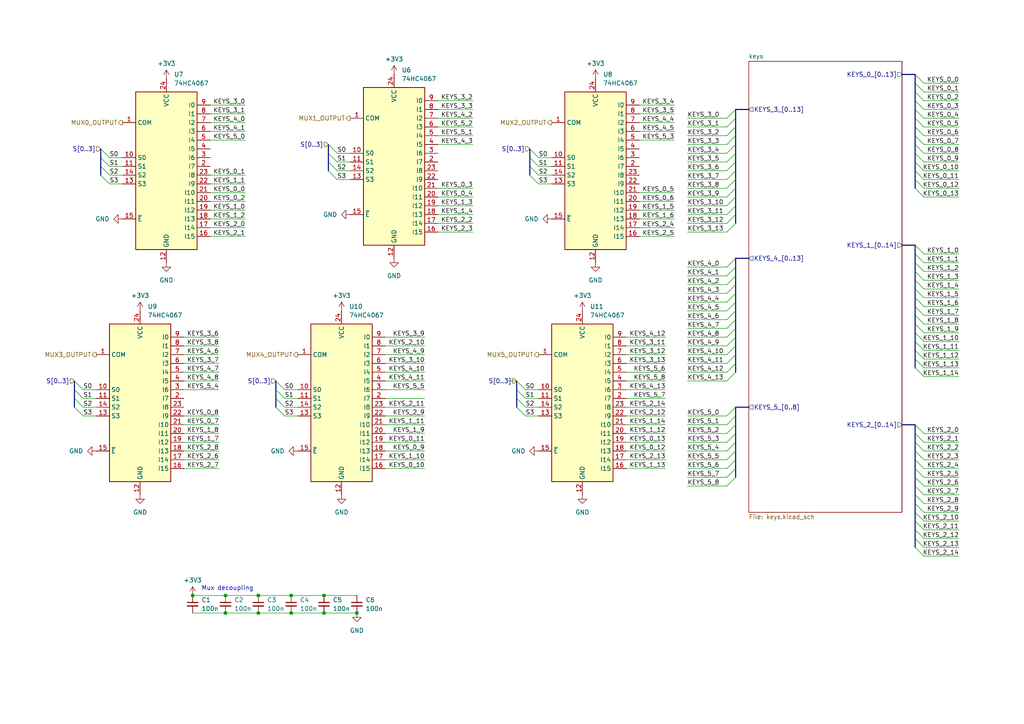
<source format=kicad_sch>
(kicad_sch (version 20231120) (generator "eeschema") (generator_version "8.0")
  (paper "A4")
  (lib_symbols
    (symbol "74xx:CD74HC4067M"
      (property "Reference" "U" (at -8.89 22.86 0))
      (property "Value" "CD74HC4067M" (at 1.27 22.86 0))
      (symbol "CD74HC4067M_0_1"
        (rectangle (start -8.89 21.59) (end 8.89 -24.13) (stroke (width 0.254)) (fill (type background)))
      )
      (symbol "CD74HC4067M_1_1"
        (pin passive line (at -12.7 12.7 0) (length 3.81) (name "COM") (number "1"))
        (pin input line (at -12.7 2.54 0) (length 3.81) (name "S0") (number "10"))
        (pin input line (at -12.7 0 0) (length 3.81) (name "S1") (number "11"))
        (pin power_in line (at 0 -27.94 90) (length 3.81) (name "GND") (number "12"))
        (pin input line (at -12.7 -5.08 0) (length 3.81) (name "S3") (number "13"))
        (pin input line (at -12.7 -2.54 0) (length 3.81) (name "S2") (number "14"))
        (pin input line (at -12.7 -15.24 0) (length 3.81) (name "~{E}") (number "15"))
        (pin passive line (at 12.7 -20.32 180) (length 3.81) (name "I15") (number "16"))
        (pin passive line (at 12.7 -17.78 180) (length 3.81) (name "I14") (number "17"))
        (pin passive line (at 12.7 -15.24 180) (length 3.81) (name "I13") (number "18"))
        (pin passive line (at 12.7 -12.7 180) (length 3.81) (name "I12") (number "19"))
        (pin passive line (at 12.7 0 180) (length 3.81) (name "I7") (number "2"))
        (pin passive line (at 12.7 -10.16 180) (length 3.81) (name "I11") (number "20"))
        (pin passive line (at 12.7 -7.62 180) (length 3.81) (name "I10") (number "21"))
        (pin passive line (at 12.7 -5.08 180) (length 3.81) (name "I9") (number "22"))
        (pin passive line (at 12.7 -2.54 180) (length 3.81) (name "I8") (number "23"))
        (pin power_in line (at 0 25.4 270) (length 3.81) (name "VCC") (number "24"))
        (pin passive line (at 12.7 2.54 180) (length 3.81) (name "I6") (number "3"))
        (pin passive line (at 12.7 5.08 180) (length 3.81) (name "I5") (number "4"))
        (pin passive line (at 12.7 7.62 180) (length 3.81) (name "I4") (number "5"))
        (pin passive line (at 12.7 10.16 180) (length 3.81) (name "I3") (number "6"))
        (pin passive line (at 12.7 12.7 180) (length 3.81) (name "I2") (number "7"))
        (pin passive line (at 12.7 15.24 180) (length 3.81) (name "I1") (number "8"))
        (pin passive line (at 12.7 17.78 180) (length 3.81) (name "I0") (number "9"))
      )
    )
    (symbol "Device:C_Small" (pin_numbers hide) (pin_names (offset 0.254) hide)
      (property "Reference" "C" (at 0.254 1.778 0))
      (property "Value" "C_Small" (at 0.254 -2.032 0))
      (symbol "C_Small_0_1"
        (polyline (pts (xy -1.524 -0.508) (xy 1.524 -0.508)) (stroke (width 0.3302)))
        (polyline (pts (xy -1.524 0.508) (xy 1.524 0.508)) (stroke (width 0.3048)))
      )
      (symbol "C_Small_1_1"
        (pin passive line (at 0 2.54 270) (length 2.032) (name "~") (number "1"))
        (pin passive line (at 0 -2.54 90) (length 2.032) (name "~") (number "2"))
      )
    )
    (symbol "power:+3V3" (power) (pin_names (offset 0))
      (property "Value" "+3V3" (at 0 3.556 0))
      (symbol "+3V3_0_1"
        (polyline (pts (xy -0.762 1.27) (xy 0 2.54)))
        (polyline (pts (xy 0 0) (xy 0 2.54)))
        (polyline (pts (xy 0 2.54) (xy 0.762 1.27)))
      )
      (symbol "+3V3_1_1"
        (pin power_in line (at 0 0 90) (length 0) hide (name "+3V3") (number "1"))
      )
    )
    (symbol "power:GND" (power) (pin_names (offset 0))
      (property "Value" "GND" (at 0 -3.81 0))
      (symbol "GND_0_1"
        (polyline (pts (xy 0 0) (xy 0 -1.27) (xy 1.27 -1.27) (xy 0 -2.54) (xy -1.27 -1.27) (xy 0 -1.27)))
      )
      (symbol "GND_1_1"
        (pin power_in line (at 0 0 270) (length 0) hide (name "GND") (number "1"))
      )
    )
  )
  (junction (at 84.455 172.72))
  (junction (at 74.93 177.8))
  (junction (at 93.98 177.8))
  (junction (at 65.405 177.8))
  (junction (at 84.455 177.8))
  (junction (at 65.405 172.72))
  (junction (at 93.98 172.72))
  (junction (at 55.88 172.72))
  (junction (at 74.93 172.72))
  (junction (at 103.505 177.8))
  (bus_entry (at 265.43 52.07) (size 2.54 2.54))
  (bus_entry (at 265.43 106.68) (size 2.54 2.54))
  (bus_entry (at 210.82 125.73) (size 2.54 -2.54))
  (bus_entry (at 265.43 71.12) (size 2.54 2.54))
  (bus_entry (at 210.82 130.81) (size 2.54 -2.54))
  (bus_entry (at 267.97 128.27) (size -2.54 -2.54))
  (bus_entry (at 265.43 81.28) (size 2.54 2.54))
  (bus_entry (at 267.97 140.97) (size -2.54 -2.54))
  (bus_entry (at 265.43 99.06) (size 2.54 2.54))
  (bus_entry (at 265.43 26.67) (size 2.54 2.54))
  (bus_entry (at 210.82 138.43) (size 2.54 -2.54))
  (bus_entry (at 210.82 97.79) (size 2.54 -2.54))
  (bus_entry (at 265.43 34.29) (size 2.54 2.54))
  (bus_entry (at 210.82 49.53) (size 2.54 -2.54))
  (bus_entry (at 210.82 34.29) (size 2.54 -2.54))
  (bus_entry (at 265.43 76.2) (size 2.54 2.54))
  (bus_entry (at 21.59 110.49) (size 2.54 2.54))
  (bus_entry (at 95.25 49.53) (size 2.54 2.54))
  (bus_entry (at 265.43 91.44) (size 2.54 2.54))
  (bus_entry (at 210.82 46.99) (size 2.54 -2.54))
  (bus_entry (at 153.67 48.26) (size 2.54 2.54))
  (bus_entry (at 265.43 21.59) (size 2.54 2.54))
  (bus_entry (at 265.43 36.83) (size 2.54 2.54))
  (bus_entry (at 149.86 113.03) (size 2.54 2.54))
  (bus_entry (at 267.97 133.35) (size -2.54 -2.54))
  (bus_entry (at 267.97 158.75) (size -2.54 -2.54))
  (bus_entry (at 267.97 130.81) (size -2.54 -2.54))
  (bus_entry (at 80.01 118.11) (size 2.54 2.54))
  (bus_entry (at 210.82 82.55) (size 2.54 -2.54))
  (bus_entry (at 267.97 156.21) (size -2.54 -2.54))
  (bus_entry (at 80.01 115.57) (size 2.54 2.54))
  (bus_entry (at 210.82 67.31) (size 2.54 -2.54))
  (bus_entry (at 149.86 118.11) (size 2.54 2.54))
  (bus_entry (at 265.43 96.52) (size 2.54 2.54))
  (bus_entry (at 153.67 45.72) (size 2.54 2.54))
  (bus_entry (at 267.97 151.13) (size -2.54 -2.54))
  (bus_entry (at 265.43 49.53) (size 2.54 2.54))
  (bus_entry (at 210.82 123.19) (size 2.54 -2.54))
  (bus_entry (at 210.82 128.27) (size 2.54 -2.54))
  (bus_entry (at 265.43 104.14) (size 2.54 2.54))
  (bus_entry (at 210.82 36.83) (size 2.54 -2.54))
  (bus_entry (at 21.59 115.57) (size 2.54 2.54))
  (bus_entry (at 265.43 41.91) (size 2.54 2.54))
  (bus_entry (at 265.43 101.6) (size 2.54 2.54))
  (bus_entry (at 149.86 110.49) (size 2.54 2.54))
  (bus_entry (at 210.82 105.41) (size 2.54 -2.54))
  (bus_entry (at 95.25 44.45) (size 2.54 2.54))
  (bus_entry (at 21.59 113.03) (size 2.54 2.54))
  (bus_entry (at 210.82 135.89) (size 2.54 -2.54))
  (bus_entry (at 213.36 107.95) (size -2.54 2.54))
  (bus_entry (at 29.21 50.8) (size 2.54 2.54))
  (bus_entry (at 210.82 102.87) (size 2.54 -2.54))
  (bus_entry (at 210.82 62.23) (size 2.54 -2.54))
  (bus_entry (at 29.21 43.18) (size 2.54 2.54))
  (bus_entry (at 265.43 54.61) (size 2.54 2.54))
  (bus_entry (at 210.82 95.25) (size 2.54 -2.54))
  (bus_entry (at 80.01 113.03) (size 2.54 2.54))
  (bus_entry (at 153.67 50.8) (size 2.54 2.54))
  (bus_entry (at 21.59 118.11) (size 2.54 2.54))
  (bus_entry (at 210.82 120.65) (size 2.54 -2.54))
  (bus_entry (at 267.97 143.51) (size -2.54 -2.54))
  (bus_entry (at 210.82 64.77) (size 2.54 -2.54))
  (bus_entry (at 210.82 107.95) (size 2.54 -2.54))
  (bus_entry (at 265.43 24.13) (size 2.54 2.54))
  (bus_entry (at 265.43 46.99) (size 2.54 2.54))
  (bus_entry (at 210.82 92.71) (size 2.54 -2.54))
  (bus_entry (at 267.97 125.73) (size -2.54 -2.54))
  (bus_entry (at 210.82 59.69) (size 2.54 -2.54))
  (bus_entry (at 80.01 110.49) (size 2.54 2.54))
  (bus_entry (at 265.43 39.37) (size 2.54 2.54))
  (bus_entry (at 267.97 153.67) (size -2.54 -2.54))
  (bus_entry (at 265.43 29.21) (size 2.54 2.54))
  (bus_entry (at 210.82 80.01) (size 2.54 -2.54))
  (bus_entry (at 267.97 146.05) (size -2.54 -2.54))
  (bus_entry (at 210.82 41.91) (size 2.54 -2.54))
  (bus_entry (at 210.82 54.61) (size 2.54 -2.54))
  (bus_entry (at 267.97 148.59) (size -2.54 -2.54))
  (bus_entry (at 29.21 48.26) (size 2.54 2.54))
  (bus_entry (at 29.21 45.72) (size 2.54 2.54))
  (bus_entry (at 210.82 52.07) (size 2.54 -2.54))
  (bus_entry (at 265.43 86.36) (size 2.54 2.54))
  (bus_entry (at 265.43 73.66) (size 2.54 2.54))
  (bus_entry (at 95.25 41.91) (size 2.54 2.54))
  (bus_entry (at 149.86 115.57) (size 2.54 2.54))
  (bus_entry (at 265.43 31.75) (size 2.54 2.54))
  (bus_entry (at 210.82 44.45) (size 2.54 -2.54))
  (bus_entry (at 267.97 135.89) (size -2.54 -2.54))
  (bus_entry (at 265.43 44.45) (size 2.54 2.54))
  (bus_entry (at 210.82 77.47) (size 2.54 -2.54))
  (bus_entry (at 210.82 39.37) (size 2.54 -2.54))
  (bus_entry (at 210.82 87.63) (size 2.54 -2.54))
  (bus_entry (at 210.82 140.97) (size 2.54 -2.54))
  (bus_entry (at 265.43 93.98) (size 2.54 2.54))
  (bus_entry (at 153.67 43.18) (size 2.54 2.54))
  (bus_entry (at 267.97 161.29) (size -2.54 -2.54))
  (bus_entry (at 210.82 100.33) (size 2.54 -2.54))
  (bus_entry (at 265.43 83.82) (size 2.54 2.54))
  (bus_entry (at 210.82 57.15) (size 2.54 -2.54))
  (bus_entry (at 267.97 138.43) (size -2.54 -2.54))
  (bus_entry (at 210.82 85.09) (size 2.54 -2.54))
  (bus_entry (at 265.43 78.74) (size 2.54 2.54))
  (bus_entry (at 210.82 90.17) (size 2.54 -2.54))
  (bus_entry (at 95.25 46.99) (size 2.54 2.54))
  (bus_entry (at 210.82 133.35) (size 2.54 -2.54))
  (bus_entry (at 265.43 88.9) (size 2.54 2.54))
  (wire (pts (xy 123.19 102.87) (xy 111.76 102.87)))
  (wire (pts (xy 195.58 35.56) (xy 185.42 35.56)))
  (wire (pts (xy 267.97 104.14) (xy 278.13 104.14)))
  (wire (pts (xy 71.12 30.48) (xy 60.96 30.48)))
  (wire (pts (xy 137.16 67.31) (xy 127 67.31)))
  (bus (pts (xy 265.43 128.27) (xy 265.43 130.81)))
  (bus (pts (xy 213.36 62.23) (xy 213.36 64.77)))
  (wire (pts (xy 123.19 120.65) (xy 111.76 120.65)))
  (wire (pts (xy 278.13 125.73) (xy 267.97 125.73)))
  (bus (pts (xy 213.36 125.73) (xy 213.36 128.27)))
  (bus (pts (xy 213.36 77.47) (xy 213.36 80.01)))
  (wire (pts (xy 195.58 55.88) (xy 185.42 55.88)))
  (wire (pts (xy 199.39 82.55) (xy 210.82 82.55)))
  (wire (pts (xy 152.4 115.57) (xy 156.21 115.57)))
  (wire (pts (xy 24.13 113.03) (xy 27.94 113.03)))
  (wire (pts (xy 193.04 130.81) (xy 181.61 130.81)))
  (wire (pts (xy 156.21 48.26) (xy 160.02 48.26)))
  (bus (pts (xy 265.43 156.21) (xy 265.43 158.75)))
  (bus (pts (xy 80.01 113.03) (xy 80.01 115.57)))
  (wire (pts (xy 195.58 68.58) (xy 185.42 68.58)))
  (wire (pts (xy 123.19 107.95) (xy 111.76 107.95)))
  (wire (pts (xy 210.82 133.35) (xy 199.39 133.35)))
  (bus (pts (xy 265.43 99.06) (xy 265.43 101.6)))
  (bus (pts (xy 213.36 82.55) (xy 213.36 85.09)))
  (bus (pts (xy 80.01 115.57) (xy 80.01 118.11)))
  (wire (pts (xy 210.82 59.69) (xy 199.39 59.69)))
  (bus (pts (xy 265.43 24.13) (xy 265.43 26.67)))
  (wire (pts (xy 193.04 123.19) (xy 181.61 123.19)))
  (bus (pts (xy 265.43 26.67) (xy 265.43 29.21)))
  (wire (pts (xy 199.39 77.47) (xy 210.82 77.47)))
  (wire (pts (xy 71.12 53.34) (xy 60.96 53.34)))
  (wire (pts (xy 137.16 36.83) (xy 127 36.83)))
  (wire (pts (xy 267.97 140.97) (xy 278.13 140.97)))
  (wire (pts (xy 210.82 67.31) (xy 199.39 67.31)))
  (wire (pts (xy 199.39 123.19) (xy 210.82 123.19)))
  (bus (pts (xy 213.36 92.71) (xy 213.36 95.25)))
  (wire (pts (xy 210.82 135.89) (xy 199.39 135.89)))
  (wire (pts (xy 65.405 177.8) (xy 74.93 177.8)))
  (bus (pts (xy 265.43 151.13) (xy 265.43 153.67)))
  (wire (pts (xy 267.97 24.13) (xy 278.13 24.13)))
  (bus (pts (xy 95.25 41.91) (xy 95.25 44.45)))
  (bus (pts (xy 149.86 110.49) (xy 149.86 113.03)))
  (bus (pts (xy 265.43 29.21) (xy 265.43 31.75)))
  (wire (pts (xy 199.39 36.83) (xy 210.82 36.83)))
  (wire (pts (xy 210.82 62.23) (xy 199.39 62.23)))
  (wire (pts (xy 97.79 52.07) (xy 101.6 52.07)))
  (wire (pts (xy 210.82 85.09) (xy 199.39 85.09)))
  (wire (pts (xy 65.405 172.72) (xy 74.93 172.72)))
  (wire (pts (xy 195.58 58.42) (xy 185.42 58.42)))
  (bus (pts (xy 265.43 140.97) (xy 265.43 143.51)))
  (wire (pts (xy 210.82 57.15) (xy 199.39 57.15)))
  (bus (pts (xy 213.36 90.17) (xy 213.36 92.71)))
  (wire (pts (xy 210.82 44.45) (xy 199.39 44.45)))
  (wire (pts (xy 267.97 81.28) (xy 278.13 81.28)))
  (wire (pts (xy 267.97 109.22) (xy 278.13 109.22)))
  (wire (pts (xy 278.13 130.81) (xy 267.97 130.81)))
  (bus (pts (xy 213.36 52.07) (xy 213.36 54.61)))
  (bus (pts (xy 213.36 97.79) (xy 213.36 100.33)))
  (bus (pts (xy 213.36 59.69) (xy 213.36 62.23)))
  (bus (pts (xy 265.43 21.59) (xy 265.43 24.13)))
  (wire (pts (xy 267.97 49.53) (xy 278.13 49.53)))
  (wire (pts (xy 93.98 172.72) (xy 103.505 172.72)))
  (wire (pts (xy 199.39 120.65) (xy 210.82 120.65)))
  (wire (pts (xy 267.97 52.07) (xy 278.13 52.07)))
  (wire (pts (xy 267.97 91.44) (xy 278.13 91.44)))
  (wire (pts (xy 210.82 49.53) (xy 199.39 49.53)))
  (bus (pts (xy 95.25 44.45) (xy 95.25 46.99)))
  (bus (pts (xy 265.43 49.53) (xy 265.43 52.07)))
  (wire (pts (xy 137.16 54.61) (xy 127 54.61)))
  (wire (pts (xy 55.88 177.8) (xy 65.405 177.8)))
  (bus (pts (xy 265.43 138.43) (xy 265.43 140.97)))
  (wire (pts (xy 199.39 80.01) (xy 210.82 80.01)))
  (wire (pts (xy 137.16 41.91) (xy 127 41.91)))
  (bus (pts (xy 265.43 41.91) (xy 265.43 44.45)))
  (wire (pts (xy 123.19 115.57) (xy 111.76 115.57)))
  (wire (pts (xy 193.04 120.65) (xy 181.61 120.65)))
  (bus (pts (xy 149.86 113.03) (xy 149.86 115.57)))
  (wire (pts (xy 84.455 172.72) (xy 93.98 172.72)))
  (wire (pts (xy 123.19 110.49) (xy 111.76 110.49)))
  (bus (pts (xy 213.36 102.87) (xy 213.36 105.41)))
  (wire (pts (xy 210.82 105.41) (xy 199.39 105.41)))
  (bus (pts (xy 265.43 86.36) (xy 265.43 88.9)))
  (wire (pts (xy 74.93 177.8) (xy 84.455 177.8)))
  (wire (pts (xy 123.19 97.79) (xy 111.76 97.79)))
  (wire (pts (xy 210.82 87.63) (xy 199.39 87.63)))
  (bus (pts (xy 265.43 125.73) (xy 265.43 128.27)))
  (wire (pts (xy 93.98 177.8) (xy 103.505 177.8)))
  (bus (pts (xy 265.43 91.44) (xy 265.43 93.98)))
  (bus (pts (xy 213.36 44.45) (xy 213.36 46.99)))
  (wire (pts (xy 210.82 100.33) (xy 199.39 100.33)))
  (wire (pts (xy 210.82 107.95) (xy 199.39 107.95)))
  (wire (pts (xy 63.5 133.35) (xy 53.34 133.35)))
  (wire (pts (xy 71.12 63.5) (xy 60.96 63.5)))
  (bus (pts (xy 261.62 123.19) (xy 265.43 123.19)))
  (wire (pts (xy 31.75 45.72) (xy 35.56 45.72)))
  (wire (pts (xy 71.12 38.1) (xy 60.96 38.1)))
  (wire (pts (xy 210.82 138.43) (xy 199.39 138.43)))
  (wire (pts (xy 63.5 110.49) (xy 53.34 110.49)))
  (bus (pts (xy 213.36 120.65) (xy 213.36 123.19)))
  (bus (pts (xy 213.36 118.11) (xy 217.17 118.11)))
  (wire (pts (xy 123.19 113.03) (xy 111.76 113.03)))
  (bus (pts (xy 265.43 148.59) (xy 265.43 151.13)))
  (wire (pts (xy 63.5 107.95) (xy 53.34 107.95)))
  (bus (pts (xy 265.43 146.05) (xy 265.43 148.59)))
  (bus (pts (xy 265.43 78.74) (xy 265.43 81.28)))
  (wire (pts (xy 267.97 31.75) (xy 278.13 31.75)))
  (wire (pts (xy 63.5 128.27) (xy 53.34 128.27)))
  (wire (pts (xy 123.19 125.73) (xy 111.76 125.73)))
  (wire (pts (xy 71.12 50.8) (xy 60.96 50.8)))
  (wire (pts (xy 267.97 54.61) (xy 278.13 54.61)))
  (bus (pts (xy 265.43 44.45) (xy 265.43 46.99)))
  (bus (pts (xy 265.43 81.28) (xy 265.43 83.82)))
  (wire (pts (xy 137.16 34.29) (xy 127 34.29)))
  (wire (pts (xy 199.39 110.49) (xy 210.82 110.49)))
  (wire (pts (xy 267.97 41.91) (xy 278.13 41.91)))
  (bus (pts (xy 265.43 36.83) (xy 265.43 39.37)))
  (wire (pts (xy 137.16 29.21) (xy 127 29.21)))
  (bus (pts (xy 213.36 128.27) (xy 213.36 130.81)))
  (wire (pts (xy 71.12 33.02) (xy 60.96 33.02)))
  (bus (pts (xy 213.36 74.93) (xy 217.17 74.93)))
  (bus (pts (xy 213.36 57.15) (xy 213.36 59.69)))
  (wire (pts (xy 267.97 44.45) (xy 278.13 44.45)))
  (wire (pts (xy 267.97 57.15) (xy 278.13 57.15)))
  (wire (pts (xy 71.12 60.96) (xy 60.96 60.96)))
  (wire (pts (xy 24.13 115.57) (xy 27.94 115.57)))
  (bus (pts (xy 213.36 74.93) (xy 213.36 77.47)))
  (wire (pts (xy 149.86 110.49) (xy 147.32 110.49)))
  (wire (pts (xy 193.04 100.33) (xy 181.61 100.33)))
  (wire (pts (xy 31.75 50.8) (xy 35.56 50.8)))
  (wire (pts (xy 267.97 83.82) (xy 278.13 83.82)))
  (wire (pts (xy 31.75 48.26) (xy 35.56 48.26)))
  (wire (pts (xy 267.97 158.75) (xy 278.13 158.75)))
  (wire (pts (xy 55.88 172.72) (xy 65.405 172.72)))
  (wire (pts (xy 123.19 123.19) (xy 111.76 123.19)))
  (bus (pts (xy 29.21 43.18) (xy 29.21 45.72)))
  (wire (pts (xy 123.19 133.35) (xy 111.76 133.35)))
  (wire (pts (xy 71.12 35.56) (xy 60.96 35.56)))
  (bus (pts (xy 265.43 96.52) (xy 265.43 99.06)))
  (wire (pts (xy 267.97 153.67) (xy 278.13 153.67)))
  (wire (pts (xy 123.19 100.33) (xy 111.76 100.33)))
  (wire (pts (xy 267.97 161.29) (xy 278.13 161.29)))
  (wire (pts (xy 193.04 110.49) (xy 181.61 110.49)))
  (wire (pts (xy 267.97 133.35) (xy 278.13 133.35)))
  (wire (pts (xy 267.97 36.83) (xy 278.13 36.83)))
  (wire (pts (xy 63.5 113.03) (xy 53.34 113.03)))
  (wire (pts (xy 267.97 88.9) (xy 278.13 88.9)))
  (wire (pts (xy 123.19 135.89) (xy 111.76 135.89)))
  (wire (pts (xy 267.97 46.99) (xy 278.13 46.99)))
  (wire (pts (xy 199.39 125.73) (xy 210.82 125.73)))
  (wire (pts (xy 267.97 76.2) (xy 278.13 76.2)))
  (wire (pts (xy 137.16 39.37) (xy 127 39.37)))
  (wire (pts (xy 193.04 102.87) (xy 181.61 102.87)))
  (wire (pts (xy 267.97 135.89) (xy 278.13 135.89)))
  (wire (pts (xy 31.75 53.34) (xy 35.56 53.34)))
  (bus (pts (xy 213.36 80.01) (xy 213.36 82.55)))
  (bus (pts (xy 153.67 45.72) (xy 153.67 48.26)))
  (wire (pts (xy 137.16 62.23) (xy 127 62.23)))
  (bus (pts (xy 265.43 101.6) (xy 265.43 104.14)))
  (wire (pts (xy 267.97 86.36) (xy 278.13 86.36)))
  (wire (pts (xy 63.5 123.19) (xy 53.34 123.19)))
  (bus (pts (xy 29.21 48.26) (xy 29.21 50.8)))
  (wire (pts (xy 267.97 156.21) (xy 278.13 156.21)))
  (wire (pts (xy 123.19 130.81) (xy 111.76 130.81)))
  (wire (pts (xy 195.58 38.1) (xy 185.42 38.1)))
  (wire (pts (xy 193.04 113.03) (xy 181.61 113.03)))
  (wire (pts (xy 123.19 105.41) (xy 111.76 105.41)))
  (bus (pts (xy 213.36 133.35) (xy 213.36 135.89)))
  (bus (pts (xy 265.43 143.51) (xy 265.43 146.05)))
  (bus (pts (xy 265.43 93.98) (xy 265.43 96.52)))
  (bus (pts (xy 95.25 46.99) (xy 95.25 49.53)))
  (wire (pts (xy 210.82 97.79) (xy 199.39 97.79)))
  (bus (pts (xy 265.43 123.19) (xy 265.43 125.73)))
  (wire (pts (xy 152.4 120.65) (xy 156.21 120.65)))
  (bus (pts (xy 80.01 110.49) (xy 80.01 113.03)))
  (wire (pts (xy 71.12 66.04) (xy 60.96 66.04)))
  (wire (pts (xy 195.58 30.48) (xy 185.42 30.48)))
  (wire (pts (xy 267.97 106.68) (xy 278.13 106.68)))
  (bus (pts (xy 213.36 135.89) (xy 213.36 138.43)))
  (bus (pts (xy 213.36 105.41) (xy 213.36 107.95)))
  (wire (pts (xy 278.13 128.27) (xy 267.97 128.27)))
  (bus (pts (xy 213.36 31.75) (xy 213.36 34.29)))
  (wire (pts (xy 63.5 135.89) (xy 53.34 135.89)))
  (bus (pts (xy 261.62 21.59) (xy 265.43 21.59)))
  (wire (pts (xy 267.97 143.51) (xy 278.13 143.51)))
  (bus (pts (xy 213.36 36.83) (xy 213.36 39.37)))
  (bus (pts (xy 213.36 49.53) (xy 213.36 52.07)))
  (wire (pts (xy 267.97 99.06) (xy 278.13 99.06)))
  (wire (pts (xy 193.04 97.79) (xy 181.61 97.79)))
  (bus (pts (xy 213.36 39.37) (xy 213.36 41.91)))
  (bus (pts (xy 213.36 54.61) (xy 213.36 57.15)))
  (wire (pts (xy 210.82 46.99) (xy 199.39 46.99)))
  (wire (pts (xy 123.19 128.27) (xy 111.76 128.27)))
  (wire (pts (xy 210.82 128.27) (xy 199.39 128.27)))
  (wire (pts (xy 156.21 45.72) (xy 160.02 45.72)))
  (wire (pts (xy 210.82 41.91) (xy 199.39 41.91)))
  (wire (pts (xy 193.04 105.41) (xy 181.61 105.41)))
  (wire (pts (xy 193.04 118.11) (xy 181.61 118.11)))
  (wire (pts (xy 82.55 118.11) (xy 86.36 118.11)))
  (bus (pts (xy 265.43 76.2) (xy 265.43 78.74)))
  (bus (pts (xy 261.62 71.12) (xy 265.43 71.12)))
  (bus (pts (xy 213.36 130.81) (xy 213.36 133.35)))
  (wire (pts (xy 195.58 33.02) (xy 185.42 33.02)))
  (wire (pts (xy 267.97 78.74) (xy 278.13 78.74)))
  (wire (pts (xy 195.58 63.5) (xy 185.42 63.5)))
  (bus (pts (xy 265.43 31.75) (xy 265.43 34.29)))
  (bus (pts (xy 153.67 48.26) (xy 153.67 50.8)))
  (wire (pts (xy 24.13 120.65) (xy 27.94 120.65)))
  (wire (pts (xy 152.4 118.11) (xy 156.21 118.11)))
  (bus (pts (xy 213.36 100.33) (xy 213.36 102.87)))
  (bus (pts (xy 21.59 110.49) (xy 21.59 113.03)))
  (wire (pts (xy 24.13 118.11) (xy 27.94 118.11)))
  (wire (pts (xy 210.82 52.07) (xy 199.39 52.07)))
  (bus (pts (xy 29.21 45.72) (xy 29.21 48.26)))
  (wire (pts (xy 267.97 146.05) (xy 278.13 146.05)))
  (wire (pts (xy 210.82 54.61) (xy 199.39 54.61)))
  (bus (pts (xy 265.43 46.99) (xy 265.43 49.53)))
  (wire (pts (xy 210.82 130.81) (xy 199.39 130.81)))
  (wire (pts (xy 71.12 58.42) (xy 60.96 58.42)))
  (wire (pts (xy 267.97 151.13) (xy 278.13 151.13)))
  (wire (pts (xy 137.16 57.15) (xy 127 57.15)))
  (wire (pts (xy 267.97 148.59) (xy 278.13 148.59)))
  (wire (pts (xy 82.55 120.65) (xy 86.36 120.65)))
  (wire (pts (xy 267.97 29.21) (xy 278.13 29.21)))
  (wire (pts (xy 63.5 102.87) (xy 53.34 102.87)))
  (wire (pts (xy 97.79 44.45) (xy 101.6 44.45)))
  (wire (pts (xy 137.16 64.77) (xy 127 64.77)))
  (wire (pts (xy 156.21 53.34) (xy 160.02 53.34)))
  (wire (pts (xy 193.04 107.95) (xy 181.61 107.95)))
  (bus (pts (xy 213.36 46.99) (xy 213.36 49.53)))
  (bus (pts (xy 265.43 83.82) (xy 265.43 86.36)))
  (wire (pts (xy 63.5 105.41) (xy 53.34 105.41)))
  (bus (pts (xy 265.43 153.67) (xy 265.43 156.21)))
  (wire (pts (xy 210.82 64.77) (xy 199.39 64.77)))
  (wire (pts (xy 137.16 59.69) (xy 127 59.69)))
  (wire (pts (xy 63.5 97.79) (xy 53.34 97.79)))
  (wire (pts (xy 267.97 101.6) (xy 278.13 101.6)))
  (bus (pts (xy 149.86 115.57) (xy 149.86 118.11)))
  (wire (pts (xy 267.97 39.37) (xy 278.13 39.37)))
  (wire (pts (xy 210.82 95.25) (xy 199.39 95.25)))
  (wire (pts (xy 74.93 172.72) (xy 84.455 172.72)))
  (bus (pts (xy 213.36 118.11) (xy 213.36 120.65)))
  (wire (pts (xy 193.04 115.57) (xy 181.61 115.57)))
  (bus (pts (xy 265.43 34.29) (xy 265.43 36.83)))
  (wire (pts (xy 63.5 130.81) (xy 53.34 130.81)))
  (wire (pts (xy 71.12 68.58) (xy 60.96 68.58)))
  (wire (pts (xy 71.12 40.64) (xy 60.96 40.64)))
  (wire (pts (xy 193.04 135.89) (xy 181.61 135.89)))
  (wire (pts (xy 210.82 92.71) (xy 199.39 92.71)))
  (bus (pts (xy 265.43 39.37) (xy 265.43 41.91)))
  (bus (pts (xy 265.43 133.35) (xy 265.43 135.89)))
  (wire (pts (xy 267.97 73.66) (xy 278.13 73.66)))
  (bus (pts (xy 21.59 113.03) (xy 21.59 115.57)))
  (wire (pts (xy 210.82 90.17) (xy 199.39 90.17)))
  (bus (pts (xy 213.36 85.09) (xy 213.36 87.63)))
  (wire (pts (xy 84.455 177.8) (xy 93.98 177.8)))
  (bus (pts (xy 213.36 95.25) (xy 213.36 97.79)))
  (wire (pts (xy 267.97 138.43) (xy 278.13 138.43)))
  (wire (pts (xy 123.19 118.11) (xy 111.76 118.11)))
  (wire (pts (xy 152.4 113.03) (xy 156.21 113.03)))
  (bus (pts (xy 21.59 115.57) (xy 21.59 118.11)))
  (wire (pts (xy 97.79 49.53) (xy 101.6 49.53)))
  (wire (pts (xy 82.55 115.57) (xy 86.36 115.57)))
  (bus (pts (xy 213.36 31.75) (xy 217.17 31.75)))
  (wire (pts (xy 97.79 46.99) (xy 101.6 46.99)))
  (bus (pts (xy 213.36 123.19) (xy 213.36 125.73)))
  (bus (pts (xy 153.67 43.18) (xy 153.67 45.72)))
  (wire (pts (xy 210.82 140.97) (xy 199.39 140.97)))
  (bus (pts (xy 265.43 73.66) (xy 265.43 76.2)))
  (wire (pts (xy 199.39 39.37) (xy 210.82 39.37)))
  (wire (pts (xy 267.97 26.67) (xy 278.13 26.67)))
  (wire (pts (xy 193.04 125.73) (xy 181.61 125.73)))
  (wire (pts (xy 210.82 102.87) (xy 199.39 102.87)))
  (bus (pts (xy 265.43 88.9) (xy 265.43 91.44)))
  (wire (pts (xy 199.39 34.29) (xy 210.82 34.29)))
  (wire (pts (xy 63.5 100.33) (xy 53.34 100.33)))
  (bus (pts (xy 265.43 52.07) (xy 265.43 54.61)))
  (bus (pts (xy 213.36 34.29) (xy 213.36 36.83)))
  (wire (pts (xy 267.97 34.29) (xy 278.13 34.29)))
  (bus (pts (xy 265.43 135.89) (xy 265.43 138.43)))
  (wire (pts (xy 63.5 125.73) (xy 53.34 125.73)))
  (bus (pts (xy 265.43 130.81) (xy 265.43 133.35)))
  (wire (pts (xy 63.5 120.65) (xy 53.34 120.65)))
  (wire (pts (xy 195.58 40.64) (xy 185.42 40.64)))
  (bus (pts (xy 265.43 71.12) (xy 265.43 73.66)))
  (wire (pts (xy 137.16 31.75) (xy 127 31.75)))
  (wire (pts (xy 193.04 128.27) (xy 181.61 128.27)))
  (wire (pts (xy 193.04 133.35) (xy 181.61 133.35)))
  (wire (pts (xy 82.55 113.03) (xy 86.36 113.03)))
  (bus (pts (xy 213.36 41.91) (xy 213.36 44.45)))
  (wire (pts (xy 195.58 60.96) (xy 185.42 60.96)))
  (wire (pts (xy 195.58 66.04) (xy 185.42 66.04)))
  (wire (pts (xy 267.97 93.98) (xy 278.13 93.98)))
  (wire (pts (xy 267.97 96.52) (xy 278.13 96.52)))
  (bus (pts (xy 213.36 87.63) (xy 213.36 90.17)))
  (wire (pts (xy 156.21 50.8) (xy 160.02 50.8)))
  (bus (pts (xy 265.43 104.14) (xy 265.43 106.68)))
  (wire (pts (xy 71.12 55.88) (xy 60.96 55.88)))
  (text "Mux decoupling" (at 58.42 171.45 0) (effects (font (size 1.27 1.27)) (justify left bottom)))
  (label "KEYS_5_4" (at 199.39 130.81 0))
  (label "KEYS_3_13" (at 193.04 105.41 180))
  (label "KEYS_2_6" (at 278.13 140.97 180))
  (label "KEYS_4_13" (at 199.39 110.49 0))
  (label "KEYS_4_8" (at 63.5 110.49 180))
  (label "KEYS_3_12" (at 193.04 102.87 180))
  (label "KEYS_5_2" (at 199.39 125.73 0))
  (label "KEYS_1_8" (at 278.13 93.98 180))
  (label "KEYS_5_4" (at 63.5 113.03 180))
  (label "KEYS_0_13" (at 193.04 128.27 180))
  (label "KEYS_5_5" (at 123.19 113.03 180))
  (label "S1" (at 31.75 48.26 0))
  (label "KEYS_2_8" (at 63.5 130.81 180))
  (label "KEYS_1_2" (at 278.13 78.74 180))
  (label "KEYS_4_10" (at 123.19 107.95 180))
  (label "KEYS_4_8" (at 199.39 97.79 0))
  (label "KEYS_1_0" (at 278.13 73.66 180))
  (label "KEYS_1_5" (at 278.13 86.36 180))
  (label "KEYS_0_6" (at 195.58 58.42 180))
  (label "KEYS_3_6" (at 199.39 49.53 0))
  (label "KEYS_2_13" (at 193.04 133.35 180))
  (label "KEYS_4_3" (at 137.16 41.91 180))
  (label "S3" (at 97.79 52.07 0))
  (label "KEYS_2_12" (at 278.13 156.21 180))
  (label "KEYS_5_0" (at 71.12 40.64 180))
  (label "KEYS_0_11" (at 278.13 52.07 180))
  (label "KEYS_3_3" (at 199.39 41.91 0))
  (label "KEYS_2_7" (at 278.13 143.51 180))
  (label "KEYS_0_1" (at 278.13 26.67 180))
  (label "KEYS_3_0" (at 71.12 30.48 180))
  (label "KEYS_0_10" (at 123.19 135.89 180))
  (label "KEYS_0_9" (at 123.19 130.81 180))
  (label "KEYS_1_10" (at 278.13 99.06 180))
  (label "KEYS_2_2" (at 137.16 64.77 180))
  (label "KEYS_5_1" (at 199.39 123.19 0))
  (label "KEYS_0_1" (at 71.12 50.8 180))
  (label "KEYS_4_5" (at 195.58 38.1 180))
  (label "KEYS_1_12" (at 278.13 104.14 180))
  (label "KEYS_4_12" (at 199.39 107.95 0))
  (label "KEYS_0_2" (at 71.12 58.42 180))
  (label "KEYS_1_7" (at 278.13 91.44 180))
  (label "KEYS_5_8" (at 199.39 140.97 0))
  (label "KEYS_3_7" (at 63.5 105.41 180))
  (label "KEYS_1_14" (at 193.04 123.19 180))
  (label "KEYS_4_4" (at 195.58 35.56 180))
  (label "S0" (at 97.79 44.45 0))
  (label "KEYS_3_2" (at 137.16 29.21 180))
  (label "KEYS_0_7" (at 278.13 41.91 180))
  (label "KEYS_4_9" (at 123.19 102.87 180))
  (label "S2" (at 152.4 118.11 0))
  (label "KEYS_2_9" (at 123.19 120.65 180))
  (label "KEYS_0_6" (at 278.13 39.37 180))
  (label "S1" (at 97.79 46.99 0))
  (label "KEYS_2_5" (at 195.58 68.58 180))
  (label "KEYS_1_8" (at 63.5 125.73 180))
  (label "KEYS_2_9" (at 278.13 148.59 180))
  (label "KEYS_1_13" (at 278.13 106.68 180))
  (label "KEYS_4_11" (at 199.39 105.41 0))
  (label "S2" (at 24.13 118.11 0))
  (label "KEYS_5_1" (at 137.16 39.37 180))
  (label "KEYS_2_1" (at 71.12 68.58 180))
  (label "KEYS_5_5" (at 199.39 133.35 0))
  (label "S3" (at 82.55 120.65 0))
  (label "KEYS_3_5" (at 199.39 46.99 0))
  (label "KEYS_3_4" (at 199.39 44.45 0))
  (label "KEYS_2_1" (at 278.13 128.27 180))
  (label "KEYS_4_13" (at 193.04 113.03 180))
  (label "KEYS_0_11" (at 123.19 128.27 180))
  (label "KEYS_0_5" (at 278.13 36.83 180))
  (label "KEYS_1_3" (at 278.13 81.28 180))
  (label "KEYS_4_5" (at 199.39 90.17 0))
  (label "S1" (at 152.4 115.57 0))
  (label "KEYS_3_12" (at 199.39 64.77 0))
  (label "KEYS_0_12" (at 278.13 54.61 180))
  (label "KEYS_3_9" (at 123.19 97.79 180))
  (label "KEYS_3_2" (at 199.39 39.37 0))
  (label "KEYS_0_10" (at 278.13 49.53 180))
  (label "KEYS_1_1" (at 71.12 53.34 180))
  (label "S0" (at 24.13 113.03 0))
  (label "KEYS_1_12" (at 193.04 125.73 180))
  (label "KEYS_0_4" (at 137.16 57.15 180))
  (label "KEYS_4_0" (at 199.39 77.47 0))
  (label "KEYS_4_0" (at 71.12 35.56 180))
  (label "S0" (at 31.75 45.72 0))
  (label "KEYS_0_8" (at 278.13 44.45 180))
  (label "KEYS_0_0" (at 71.12 55.88 180))
  (label "KEYS_1_9" (at 278.13 96.52 180))
  (label "KEYS_2_14" (at 193.04 118.11 180))
  (label "KEYS_5_6" (at 199.39 135.89 0))
  (label "KEYS_4_7" (at 199.39 95.25 0))
  (label "KEYS_3_10" (at 123.19 105.41 180))
  (label "KEYS_1_1" (at 278.13 76.2 180))
  (label "KEYS_2_4" (at 195.58 66.04 180))
  (label "KEYS_4_10" (at 199.39 102.87 0))
  (label "KEYS_2_12" (at 193.04 120.65 180))
  (label "KEYS_2_3" (at 137.16 67.31 180))
  (label "KEYS_2_4" (at 278.13 135.89 180))
  (label "KEYS_4_9" (at 199.39 100.33 0))
  (label "S3" (at 156.21 53.34 0))
  (label "KEYS_5_7" (at 199.39 138.43 0))
  (label "KEYS_4_7" (at 63.5 107.95 180))
  (label "KEYS_1_4" (at 278.13 83.82 180))
  (label "KEYS_1_2" (at 71.12 63.5 180))
  (label "KEYS_1_10" (at 123.19 133.35 180))
  (label "KEYS_2_8" (at 278.13 146.05 180))
  (label "KEYS_4_2" (at 137.16 34.29 180))
  (label "KEYS_3_7" (at 199.39 52.07 0))
  (label "KEYS_2_0" (at 71.12 66.04 180))
  (label "KEYS_0_2" (at 278.13 29.21 180))
  (label "KEYS_4_3" (at 199.39 85.09 0))
  (label "S0" (at 82.55 113.03 0))
  (label "S1" (at 24.13 115.57 0))
  (label "KEYS_3_11" (at 193.04 100.33 180))
  (label "S0" (at 156.21 45.72 0))
  (label "KEYS_0_13" (at 278.13 57.15 180))
  (label "S1" (at 156.21 48.26 0))
  (label "KEYS_1_0" (at 71.12 60.96 180))
  (label "KEYS_2_14" (at 278.13 161.29 180))
  (label "KEYS_0_7" (at 63.5 123.19 180))
  (label "KEYS_5_7" (at 193.04 115.57 180))
  (label "KEYS_3_3" (at 137.16 31.75 180))
  (label "KEYS_1_14" (at 278.13 109.22 180))
  (label "KEYS_4_11" (at 123.19 110.49 180))
  (label "S3" (at 24.13 120.65 0))
  (label "KEYS_2_2" (at 278.13 130.81 180))
  (label "KEYS_3_8" (at 63.5 100.33 180))
  (label "KEYS_5_0" (at 199.39 120.65 0))
  (label "KEYS_1_3" (at 137.16 59.69 180))
  (label "KEYS_3_1" (at 199.39 36.83 0))
  (label "KEYS_4_2" (at 199.39 82.55 0))
  (label "KEYS_0_3" (at 137.16 54.61 180))
  (label "KEYS_1_4" (at 137.16 62.23 180))
  (label "KEYS_0_3" (at 278.13 31.75 180))
  (label "KEYS_3_11" (at 199.39 62.23 0))
  (label "KEYS_4_6" (at 63.5 102.87 180))
  (label "KEYS_3_8" (at 199.39 54.61 0))
  (label "S2" (at 82.55 118.11 0))
  (label "S2" (at 156.21 50.8 0))
  (label "KEYS_5_6" (at 193.04 107.95 180))
  (label "S0" (at 152.4 113.03 0))
  (label "KEYS_5_3" (at 195.58 40.64 180))
  (label "KEYS_0_5" (at 195.58 55.88 180))
  (label "KEYS_5_8" (at 193.04 110.49 180))
  (label "KEYS_3_6" (at 63.5 97.79 180))
  (label "KEYS_2_6" (at 63.5 133.35 180))
  (label "KEYS_5_3" (at 199.39 128.27 0))
  (label "KEYS_0_4" (at 278.13 34.29 180))
  (label "KEYS_2_10" (at 123.19 100.33 180))
  (label "KEYS_3_9" (at 199.39 57.15 0))
  (label "KEYS_1_11" (at 123.19 123.19 180))
  (label "KEYS_1_6" (at 195.58 63.5 180))
  (label "KEYS_0_9" (at 278.13 46.99 180))
  (label "KEYS_2_11" (at 278.13 153.67 180))
  (label "KEYS_2_5" (at 278.13 138.43 180))
  (label "KEYS_2_7" (at 63.5 135.89 180))
  (label "KEYS_3_4" (at 195.58 30.48 180))
  (label "KEYS_2_11" (at 123.19 118.11 180))
  (label "KEYS_3_1" (at 71.12 33.02 180))
  (label "KEYS_5_2" (at 137.16 36.83 180))
  (label "KEYS_2_0" (at 278.13 125.73 180))
  (label "S2" (at 97.79 49.53 0))
  (label "KEYS_3_0" (at 199.39 34.29 0))
  (label "KEYS_4_1" (at 71.12 38.1 180))
  (label "S2" (at 31.75 50.8 0))
  (label "KEYS_2_13" (at 278.13 158.75 180))
  (label "KEYS_1_11" (at 278.13 101.6 180))
  (label "S3" (at 31.75 53.34 0))
  (label "S3" (at 152.4 120.65 0))
  (label "KEYS_1_6" (at 278.13 88.9 180))
  (label "KEYS_1_5" (at 195.58 60.96 180))
  (label "KEYS_0_8" (at 63.5 120.65 180))
  (label "KEYS_0_0" (at 278.13 24.13 180))
  (label "KEYS_4_12" (at 193.04 97.79 180))
  (label "S1" (at 82.55 115.57 0))
  (label "KEYS_3_13" (at 199.39 67.31 0))
  (label "KEYS_1_7" (at 63.5 128.27 180))
  (label "KEYS_4_1" (at 199.39 80.01 0))
  (label "KEYS_1_9" (at 123.19 125.73 180))
  (label "KEYS_4_6" (at 199.39 92.71 0))
  (label "KEYS_0_12" (at 193.04 130.81 180))
  (label "KEYS_2_3" (at 278.13 133.35 180))
  (label "KEYS_4_4" (at 199.39 87.63 0))
  (label "KEYS_1_13" (at 193.04 135.89 180))
  (label "KEYS_3_5" (at 195.58 33.02 180))
  (label "KEYS_3_10" (at 199.39 59.69 0))
  (label "KEYS_2_10" (at 278.13 151.13 180))
  (hierarchical_label "S[0..3]" (shape input) (at 153.67 43.18 180))
  (hierarchical_label "MUX3_OUTPUT" (shape output) (at 27.94 102.87 180))
  (hierarchical_label "MUX2_OUTPUT" (shape output) (at 160.02 35.56 180))
  (hierarchical_label "MUX0_OUTPUT" (shape output) (at 35.56 35.56 180))
  (hierarchical_label "S[0..3]" (shape input) (at 21.59 110.49 180))
  (hierarchical_label "S[0..3]" (shape input) (at 29.21 43.18 180))
  (hierarchical_label "MUX5_OUTPUT" (shape output) (at 156.21 102.87 180))
  (hierarchical_label "S[0..3]" (shape input) (at 149.86 110.49 180))
  (hierarchical_label "MUX4_OUTPUT" (shape output) (at 86.36 102.87 180))
  (hierarchical_label "S[0..3]" (shape input) (at 80.01 110.49 180))
  (hierarchical_label "S[0..3]" (shape input) (at 95.25 41.91 180))
  (hierarchical_label "MUX1_OUTPUT" (shape output) (at 101.6 34.29 180))
  (symbol (lib_id "power:GND") (at 101.6 62.23 270) (unit 1)
    (property "Reference" "#PWR031" (effects (hide yes)))
    (property "Value" "GND" (at 97.79 62.23 90) (effects (justify right)))
  )
  (symbol (lib_id "power:GND") (at 168.91 143.51 0) (unit 1)
    (property "Reference" "#PWR045" (effects (hide yes)))
    (property "Value" "GND" (at 168.91 148.59 0))
  )
  (symbol (lib_id "74xx:CD74HC4067M") (at 99.06 115.57 0) (unit 1)
    (property "Reference" "U10" (at 101.2541 88.9 0) (effects (justify left)))
    (property "Value" "74HC4067" (at 101.2541 91.44 0) (effects (justify left)))
    (property "Footprint" "Package_SO:TSSOP-24_4.4x7.8mm_P0.65mm" (effects (hide yes)))
    (property "Datasheet" "http://www.ti.com/lit/ds/symlink/cd74hc4067.pdf" (effects (hide yes)))
  )
  (symbol (lib_id "Device:C_Small") (at 65.405 175.26 0) (unit 1)
    (property "Reference" "C2" (at 67.945 173.9963 0) (effects (justify left)))
    (property "Value" "100n" (at 67.945 176.5363 0) (effects (justify left)))
    (property "Footprint" "Capacitor_SMD:C_0402_1005Metric" (effects (hide yes)))
    (instances (project "MoonBoard" (path "" (reference "C2") (unit 1)) (path "" (reference "C16") (unit 1))) (project "Erebus" (path "" (reference "C6") (unit 1))))
  )
  (symbol (lib_id "power:GND") (at 160.02 63.5 270) (unit 1)
    (property "Reference" "#PWR033" (effects (hide yes)))
    (property "Value" "GND" (at 156.21 63.5 90) (effects (justify right)))
  )
  (symbol (lib_id "power:GND") (at 99.06 143.51 0) (unit 1)
    (property "Reference" "#PWR044" (effects (hide yes)))
    (property "Value" "GND" (at 99.06 148.59 0))
  )
  (symbol (lib_id "Device:C_Small") (at 103.505 175.26 0) (unit 1)
    (property "Reference" "C6" (at 106.045 173.9963 0) (effects (justify left)))
    (property "Value" "100n" (at 106.045 176.5363 0) (effects (justify left)))
    (property "Footprint" "Capacitor_SMD:C_0402_1005Metric" (effects (hide yes)))
    (instances (project "MoonBoard" (path "" (reference "C6") (unit 1)) (path "" (reference "C20") (unit 1))) (project "Erebus" (path "" (reference "C10") (unit 1))))
  )
  (symbol (lib_id "74xx:CD74HC4067M") (at 40.64 115.57 0) (unit 1)
    (property "Reference" "U9" (at 42.8341 88.9 0) (effects (justify left)))
    (property "Value" "74HC4067" (at 42.8341 91.44 0) (effects (justify left)))
    (property "Footprint" "Package_SO:TSSOP-24_4.4x7.8mm_P0.65mm" (effects (hide yes)))
    (property "Datasheet" "http://www.ti.com/lit/ds/symlink/cd74hc4067.pdf" (effects (hide yes)))
  )
  (symbol (lib_id "power:GND") (at 48.26 76.2 0) (unit 1)
    (property "Reference" "#PWR035" (effects (hide yes)))
    (property "Value" "GND" (at 48.26 81.28 0))
  )
  (symbol (lib_id "74xx:CD74HC4067M") (at 168.91 115.57 0) (unit 1)
    (property "Reference" "U11" (at 171.1041 88.9 0) (effects (justify left)))
    (property "Value" "74HC4067" (at 171.1041 91.44 0) (effects (justify left)))
    (property "Footprint" "Package_SO:TSSOP-24_4.4x7.8mm_P0.65mm" (effects (hide yes)))
    (property "Datasheet" "http://www.ti.com/lit/ds/symlink/cd74hc4067.pdf" (effects (hide yes)))
  )
  (symbol (lib_id "power:+3V3") (at 172.72 22.86 0) (unit 1)
    (property "Reference" "#PWR06" (effects (hide yes)))
    (property "Value" "+3V3" (at 172.72 18.415 0))
    (instances (project "MoonBoard" (path "" (reference "#PWR06") (unit 1))) (project "Erebus" (path "" (reference "#PWR030") (unit 1))))
  )
  (symbol (lib_id "power:GND") (at 86.36 130.81 270) (unit 1)
    (property "Reference" "#PWR041" (effects (hide yes)))
    (property "Value" "GND" (at 82.55 130.81 90) (effects (justify right)))
  )
  (symbol (lib_id "power:GND") (at 35.56 63.5 270) (unit 1)
    (property "Reference" "#PWR032" (effects (hide yes)))
    (property "Value" "GND" (at 31.75 63.5 90) (effects (justify right)))
  )
  (symbol (lib_id "power:+3V3") (at 40.64 90.17 0) (unit 1)
    (property "Reference" "#PWR06" (effects (hide yes)))
    (property "Value" "+3V3" (at 40.64 85.725 0))
    (instances (project "MoonBoard" (path "" (reference "#PWR06") (unit 1))) (project "Erebus" (path "" (reference "#PWR037") (unit 1))))
  )
  (symbol (lib_id "power:+3V3") (at 168.91 90.17 0) (unit 1)
    (property "Reference" "#PWR06" (effects (hide yes)))
    (property "Value" "+3V3" (at 168.91 85.725 0))
    (instances (project "MoonBoard" (path "" (reference "#PWR06") (unit 1))) (project "Erebus" (path "" (reference "#PWR039") (unit 1))))
  )
  (symbol (lib_id "Device:C_Small") (at 74.93 175.26 0) (unit 1)
    (property "Reference" "C3" (at 77.47 173.9963 0) (effects (justify left)))
    (property "Value" "100n" (at 77.47 176.5363 0) (effects (justify left)))
    (property "Footprint" "Capacitor_SMD:C_0402_1005Metric" (effects (hide yes)))
    (instances (project "MoonBoard" (path "" (reference "C3") (unit 1)) (path "" (reference "C17") (unit 1))) (project "Erebus" (path "" (reference "C7") (unit 1))))
  )
  (symbol (lib_id "Device:C_Small") (at 93.98 175.26 0) (unit 1)
    (property "Reference" "C5" (at 96.52 173.9963 0) (effects (justify left)))
    (property "Value" "100n" (at 96.52 176.5363 0) (effects (justify left)))
    (property "Footprint" "Capacitor_SMD:C_0402_1005Metric" (effects (hide yes)))
    (instances (project "MoonBoard" (path "" (reference "C5") (unit 1)) (path "" (reference "C19") (unit 1))) (project "Erebus" (path "" (reference "C9") (unit 1))))
  )
  (symbol (lib_id "power:GND") (at 40.64 143.51 0) (unit 1)
    (property "Reference" "#PWR043" (effects (hide yes)))
    (property "Value" "GND" (at 40.64 148.59 0))
  )
  (symbol (lib_id "power:+3V3") (at 114.3 21.59 0) (unit 1)
    (property "Reference" "#PWR06" (effects (hide yes)))
    (property "Value" "+3V3" (at 114.3 17.145 0))
    (instances (project "MoonBoard" (path "" (reference "#PWR06") (unit 1))) (project "Erebus" (path "" (reference "#PWR028") (unit 1))))
  )
  (symbol (lib_id "power:+3V3") (at 55.88 172.72 0) (unit 1)
    (property "Reference" "#PWR048" (effects (hide yes)))
    (property "Value" "+3V3" (at 55.88 168.275 0))
    (instances (project "MoonBoard" (path "" (reference "#PWR048") (unit 1))) (project "Erebus" (path "" (reference "#PWR046") (unit 1))))
  )
  (symbol (lib_id "power:GND") (at 27.94 130.81 270) (unit 1)
    (property "Reference" "#PWR040" (effects (hide yes)))
    (property "Value" "GND" (at 24.13 130.81 90) (effects (justify right)))
  )
  (symbol (lib_id "74xx:CD74HC4067M") (at 48.26 48.26 0) (unit 1)
    (property "Reference" "U7" (at 50.4541 21.59 0) (effects (justify left)))
    (property "Value" "74HC4067" (at 50.4541 24.13 0) (effects (justify left)))
    (property "Footprint" "Package_SO:TSSOP-24_4.4x7.8mm_P0.65mm" (effects (hide yes)))
    (property "Datasheet" "http://www.ti.com/lit/ds/symlink/cd74hc4067.pdf" (effects (hide yes)))
  )
  (symbol (lib_id "power:GND") (at 103.505 177.8 0) (unit 1)
    (property "Reference" "#PWR07" (effects (hide yes)))
    (property "Value" "GND" (at 103.505 182.88 0))
    (instances (project "MoonBoard" (path "" (reference "#PWR07") (unit 1)) (path "" (reference "#PWR056") (unit 1))) (project "Erebus" (path "" (reference "#PWR047") (unit 1))))
  )
  (symbol (lib_id "power:GND") (at 114.3 74.93 0) (unit 1)
    (property "Reference" "#PWR034" (effects (hide yes)))
    (property "Value" "GND" (at 114.3 80.01 0))
  )
  (symbol (lib_id "Device:C_Small") (at 55.88 175.26 0) (unit 1)
    (property "Reference" "C1" (at 58.42 173.9963 0) (effects (justify left)))
    (property "Value" "100n" (at 58.42 176.5363 0) (effects (justify left)))
    (property "Footprint" "Capacitor_SMD:C_0402_1005Metric" (effects (hide yes)))
    (instances (project "MoonBoard" (path "" (reference "C1") (unit 1)) (path "" (reference "C15") (unit 1))) (project "Erebus" (path "" (reference "C5") (unit 1))))
  )
  (symbol (lib_id "74xx:CD74HC4067M") (at 172.72 48.26 0) (unit 1)
    (property "Reference" "U8" (at 174.9141 21.59 0) (effects (justify left)))
    (property "Value" "74HC4067" (at 174.9141 24.13 0) (effects (justify left)))
    (property "Footprint" "Package_SO:TSSOP-24_4.4x7.8mm_P0.65mm" (effects (hide yes)))
    (property "Datasheet" "http://www.ti.com/lit/ds/symlink/cd74hc4067.pdf" (effects (hide yes)))
  )
  (symbol (lib_id "power:GND") (at 172.72 76.2 0) (unit 1)
    (property "Reference" "#PWR036" (effects (hide yes)))
    (property "Value" "GND" (at 172.72 81.28 0))
  )
  (symbol (lib_id "74xx:CD74HC4067M") (at 114.3 46.99 0) (unit 1)
    (property "Reference" "U6" (at 116.4941 20.32 0) (effects (justify left)))
    (property "Value" "74HC4067" (at 116.4941 22.86 0) (effects (justify left)))
    (property "Footprint" "Package_SO:TSSOP-24_4.4x7.8mm_P0.65mm" (effects (hide yes)))
    (property "Datasheet" "http://www.ti.com/lit/ds/symlink/cd74hc4067.pdf" (effects (hide yes)))
  )
  (symbol (lib_id "power:GND") (at 156.21 130.81 270) (unit 1)
    (property "Reference" "#PWR042" (effects (hide yes)))
    (property "Value" "GND" (at 152.4 130.81 90) (effects (justify right)))
  )
  (symbol (lib_id "Device:C_Small") (at 84.455 175.26 0) (unit 1)
    (property "Reference" "C4" (at 86.995 173.9963 0) (effects (justify left)))
    (property "Value" "100n" (at 86.995 176.5363 0) (effects (justify left)))
    (property "Footprint" "Capacitor_SMD:C_0402_1005Metric" (effects (hide yes)))
    (instances (project "MoonBoard" (path "" (reference "C4") (unit 1)) (path "" (reference "C18") (unit 1))) (project "Erebus" (path "" (reference "C8") (unit 1))))
  )
  (symbol (lib_id "power:+3V3") (at 48.26 22.86 0) (unit 1)
    (property "Reference" "#PWR06" (effects (hide yes)))
    (property "Value" "+3V3" (at 48.26 18.415 0))
    (instances (project "MoonBoard" (path "" (reference "#PWR06") (unit 1))) (project "Erebus" (path "" (reference "#PWR029") (unit 1))))
  )
  (symbol (lib_id "power:+3V3") (at 99.06 90.17 0) (unit 1)
    (property "Reference" "#PWR06" (effects (hide yes)))
    (property "Value" "+3V3" (at 99.06 85.725 0))
    (instances (project "MoonBoard" (path "" (reference "#PWR06") (unit 1))) (project "Erebus" (path "" (reference "#PWR038") (unit 1))))
  )
  (sheet (at 217.17 17.78) (size 44.45 130.81) (stroke (width 0.1524))
    (property "Sheetname" "keys" (at 217.17 17.0684 0) (effects (justify left bottom)))
    (property "Sheetfile" "keys.kicad_sch" (at 217.17 149.1746 0) (effects (justify left top)))
    (pin "KEYS_0_[0..13]" output (at 261.62 21.59 0))
    (pin "KEYS_2_[0..14]" output (at 261.62 123.19 0))
    (pin "KEYS_3_[0..13]" output (at 217.17 31.75 180))
    (pin "KEYS_1_[0..14]" output (at 261.62 71.12 0))
    (pin "KEYS_4_[0..13]" output (at 217.17 74.93 180))
    (pin "KEYS_5_[0..8]" output (at 217.17 118.11 180))
  )
)
</source>
